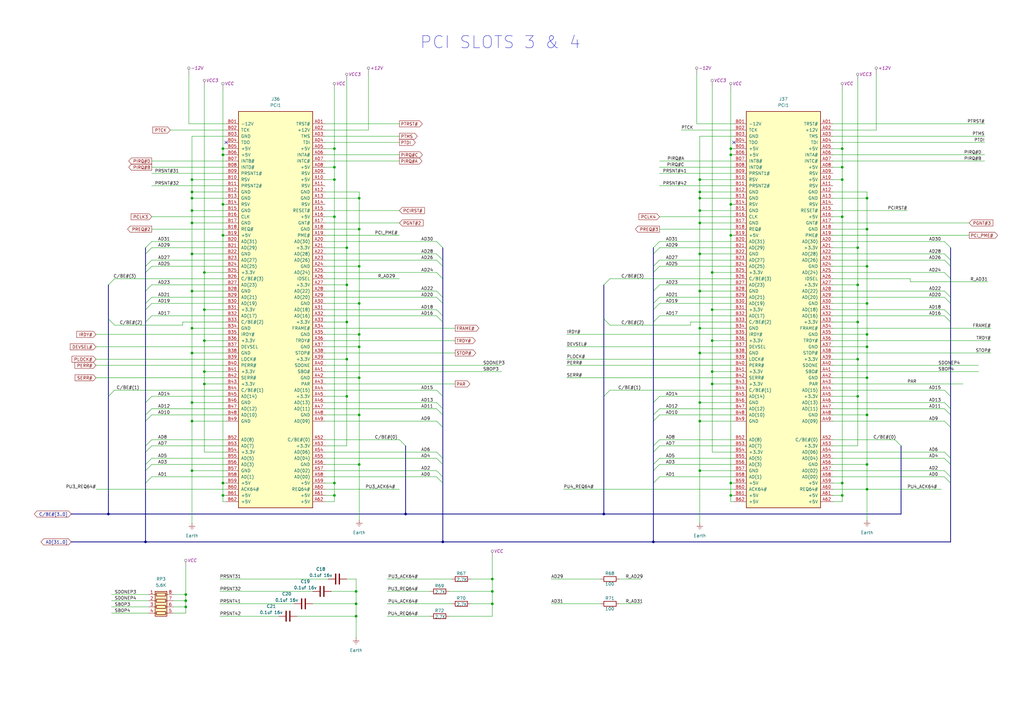
<source format=kicad_sch>
(kicad_sch (version 20241004) (generator "eeschema") (generator_version "8.99")
  (paper "A3")
  (title_block (date "Thursday, April 09, 1998") (rev "1.0"))
  (lib_symbols
    (symbol "Device:C" (pin_numbers (hide yes)) (pin_names (offset 0.254))
      (property "Reference" "C" (at 0.635 2.54 0))
      (property "Value" "C" (at 0.635 -2.54 0))
      (symbol "C_1_1"
        (pin passive line (at 0 3.81 270) (length 2.794) (name "~") (number "1"))
        (pin passive line (at 0 -3.81 90) (length 2.794) (name "~") (number "2"))
      )
    )
    (symbol "Device:R" (pin_numbers (hide yes)) (pin_names (offset 0))
      (property "Reference" "R" (at 2.032 0 90))
      (property "Value" "R" (at 0 0 90))
      (symbol "R_1_1"
        (pin passive line (at 0 3.81 270) (length 1.27) (name "~") (number "1"))
        (pin passive line (at 0 -3.81 90) (length 1.27) (name "~") (number "2"))
      )
    )
    (symbol "P2-3_era:PCI_Generic_1" (pin_names (offset 1.016))
      (property "Reference" "U1" (at 2.54 161.29 0))
      (property "Value" "PCI1" (at 2.54 158.75 0))
      (symbol "PCI_Generic_1_1_1"
        (pin power_in line (at -17.78 151.13 0) (length 5.08) (name "-12V") (number "B01"))
        (pin output line (at -17.78 148.59 0) (length 5.08) (name "TCK") (number "B02"))
        (pin power_out line (at -17.78 146.05 0) (length 5.08) (name "GND") (number "B03"))
        (pin unspecified line (at -17.78 143.51 0) (length 5.08) (name "TDO") (number "B04"))
        (pin power_in line (at -17.78 140.97 0) (length 5.08) (name "+5V") (number "B05"))
        (pin power_in line (at -17.78 138.43 0) (length 5.08) (name "+5V") (number "B06"))
        (pin output line (at -17.78 135.89 0) (length 5.08) (name "INTB#") (number "B07"))
        (pin output line (at -17.78 133.35 0) (length 5.08) (name "INTD#") (number "B08"))
        (pin unspecified line (at -17.78 130.81 0) (length 5.08) (name "PRSNT1#") (number "B09"))
        (pin unspecified line (at -17.78 128.27 0) (length 5.08) (name "RSV") (number "B10"))
        (pin unspecified line (at -17.78 125.73 0) (length 5.08) (name "PRSNT2#") (number "B11"))
        (pin power_out line (at -17.78 123.19 0) (length 5.08) (name "GND") (number "B12"))
        (pin power_out line (at -17.78 120.65 0) (length 5.08) (name "GND") (number "B13"))
        (pin unspecified line (at -17.78 118.11 0) (length 5.08) (name "RSV") (number "B14"))
        (pin power_out line (at -17.78 115.57 0) (length 5.08) (name "GND") (number "B15"))
        (pin input line (at -17.78 113.03 0) (length 5.08) (name "CLK") (number "B16"))
        (pin power_out line (at -17.78 110.49 0) (length 5.08) (name "GND") (number "B17"))
        (pin unspecified line (at -17.78 107.95 0) (length 5.08) (name "REQ#") (number "B18"))
        (pin power_in line (at -17.78 105.41 0) (length 5.08) (name "+5V") (number "B19"))
        (pin bidirectional line (at -17.78 102.87 0) (length 5.08) (name "AD(31)") (number "B20"))
        (pin bidirectional line (at -17.78 100.33 0) (length 5.08) (name "AD(29)") (number "B21"))
        (pin power_out line (at -17.78 97.79 0) (length 5.08) (name "GND") (number "B22"))
        (pin bidirectional line (at -17.78 95.25 0) (length 5.08) (name "AD(27)") (number "B23"))
        (pin bidirectional line (at -17.78 92.71 0) (length 5.08) (name "AD(25)") (number "B24"))
        (pin power_in line (at -17.78 90.17 0) (length 5.08) (name "+3.3V") (number "B25"))
        (pin bidirectional line (at -17.78 87.63 0) (length 5.08) (name "C/BE#(3)") (number "B26"))
        (pin bidirectional line (at -17.78 85.09 0) (length 5.08) (name "AD(23)") (number "B27"))
        (pin power_out line (at -17.78 82.55 0) (length 5.08) (name "GND") (number "B28"))
        (pin bidirectional line (at -17.78 80.01 0) (length 5.08) (name "AD(21)") (number "B29"))
        (pin bidirectional line (at -17.78 77.47 0) (length 5.08) (name "AD(19)") (number "B30"))
        (pin power_in line (at -17.78 74.93 0) (length 5.08) (name "+3.3V") (number "B31"))
        (pin bidirectional line (at -17.78 72.39 0) (length 5.08) (name "AD(17)") (number "B32"))
        (pin bidirectional line (at -17.78 69.85 0) (length 5.08) (name "C/BE#(2)") (number "B33"))
        (pin power_out line (at -17.78 67.31 0) (length 5.08) (name "GND") (number "B34"))
        (pin input line (at -17.78 64.77 0) (length 5.08) (name "IRDY#") (number "B35"))
        (pin power_in line (at -17.78 62.23 0) (length 5.08) (name "+3.3V") (number "B36"))
        (pin input line (at -17.78 59.69 0) (length 5.08) (name "DEVSEL") (number "B37"))
        (pin power_out line (at -17.78 57.15 0) (length 5.08) (name "GND") (number "B38"))
        (pin input line (at -17.78 54.61 0) (length 5.08) (name "LOCK#") (number "B39"))
        (pin input line (at -17.78 52.07 0) (length 5.08) (name "PERR#") (number "B40"))
        (pin power_in line (at -17.78 49.53 0) (length 5.08) (name "+3.3V") (number "B41"))
        (pin input line (at -17.78 46.99 0) (length 5.08) (name "SERR#") (number "B42"))
        (pin power_in line (at -17.78 44.45 0) (length 5.08) (name "+3.3V") (number "B43"))
        (pin bidirectional line (at -17.78 41.91 0) (length 5.08) (name "C/BE#(1)") (number "B44"))
        (pin bidirectional line (at -17.78 39.37 0) (length 5.08) (name "AD(14)") (number "B45"))
        (pin power_out line (at -17.78 36.83 0) (length 5.08) (name "GND") (number "B46"))
        (pin bidirectional line (at -17.78 34.29 0) (length 5.08) (name "AD(12)") (number "B47"))
        (pin bidirectional line (at -17.78 31.75 0) (length 5.08) (name "AD(10)") (number "B48"))
        (pin power_out line (at -17.78 29.21 0) (length 5.08) (name "GND") (number "B49"))
        (pin bidirectional line (at -17.78 21.59 0) (length 5.08) (name "AD(8)") (number "B52"))
        (pin bidirectional line (at -17.78 19.05 0) (length 5.08) (name "AD(7)") (number "B53"))
        (pin power_in line (at -17.78 16.51 0) (length 5.08) (name "+3.3V") (number "B54"))
        (pin bidirectional line (at -17.78 13.97 0) (length 5.08) (name "AD(5)") (number "B55"))
        (pin bidirectional line (at -17.78 11.43 0) (length 5.08) (name "AD(3)") (number "B56"))
        (pin power_out line (at -17.78 8.89 0) (length 5.08) (name "GND") (number "B57"))
        (pin bidirectional line (at -17.78 6.35 0) (length 5.08) (name "AD(1)") (number "B58"))
        (pin power_in line (at -17.78 3.81 0) (length 5.08) (name "+5V") (number "B59"))
        (pin unspecified line (at -17.78 1.27 0) (length 5.08) (name "ACK64#") (number "B60"))
        (pin power_in line (at -17.78 -1.27 0) (length 5.08) (name "+5V") (number "B61"))
        (pin power_in line (at -17.78 -3.81 0) (length 5.08) (name "+5V") (number "B62"))
        (pin output line (at 22.86 151.13 180) (length 5.08) (name "TRST#") (number "A01"))
        (pin power_in line (at 22.86 148.59 180) (length 5.08) (name "+12V") (number "A02"))
        (pin output line (at 22.86 146.05 180) (length 5.08) (name "TMS") (number "A03"))
        (pin output line (at 22.86 143.51 180) (length 5.08) (name "TDI") (number "A04"))
        (pin power_in line (at 22.86 140.97 180) (length 5.08) (name "+5V") (number "A05"))
        (pin output line (at 22.86 138.43 180) (length 5.08) (name "INTA#") (number "A06"))
        (pin output line (at 22.86 135.89 180) (length 5.08) (name "INTC#") (number "A07"))
        (pin power_in line (at 22.86 133.35 180) (length 5.08) (name "+5V") (number "A08"))
        (pin unspecified line (at 22.86 130.81 180) (length 5.08) (name "RSV") (number "A09"))
        (pin power_in line (at 22.86 128.27 180) (length 5.08) (name "+5V") (number "A10"))
        (pin unspecified line (at 22.86 125.73 180) (length 5.08) (name "RSV") (number "A11"))
        (pin power_out line (at 22.86 123.19 180) (length 5.08) (name "GND") (number "A12"))
        (pin power_out line (at 22.86 120.65 180) (length 5.08) (name "GND") (number "A13"))
        (pin unspecified line (at 22.86 118.11 180) (length 5.08) (name "RSV") (number "A14"))
        (pin input line (at 22.86 115.57 180) (length 5.08) (name "RESET#") (number "A15"))
        (pin power_in line (at 22.86 113.03 180) (length 5.08) (name "+5V") (number "A16"))
        (pin input line (at 22.86 110.49 180) (length 5.08) (name "GNT#") (number "A17"))
        (pin power_out line (at 22.86 107.95 180) (length 5.08) (name "GND") (number "A18"))
        (pin unspecified line (at 22.86 105.41 180) (length 5.08) (name "PME#") (number "A19"))
        (pin bidirectional line (at 22.86 102.87 180) (length 5.08) (name "AD(30)") (number "A20"))
        (pin power_in line (at 22.86 100.33 180) (length 5.08) (name "+3.3V") (number "A21"))
        (pin bidirectional line (at 22.86 97.79 180) (length 5.08) (name "AD(28)") (number "A22"))
        (pin bidirectional line (at 22.86 95.25 180) (length 5.08) (name "AD(26)") (number "A23"))
        (pin power_out line (at 22.86 92.71 180) (length 5.08) (name "GND") (number "A24"))
        (pin bidirectional line (at 22.86 90.17 180) (length 5.08) (name "AD(24)") (number "A25"))
        (pin unspecified line (at 22.86 87.63 180) (length 5.08) (name "IDSEL") (number "A26"))
        (pin power_in line (at 22.86 85.09 180) (length 5.08) (name "+3.3V") (number "A27"))
        (pin bidirectional line (at 22.86 82.55 180) (length 5.08) (name "AD(22)") (number "A28"))
        (pin bidirectional line (at 22.86 80.01 180) (length 5.08) (name "AD(20)") (number "A29"))
        (pin power_out line (at 22.86 77.47 180) (length 5.08) (name "GND") (number "A30"))
        (pin bidirectional line (at 22.86 74.93 180) (length 5.08) (name "AD(18)") (number "A31"))
        (pin bidirectional line (at 22.86 72.39 180) (length 5.08) (name "AD(16)") (number "A32"))
        (pin power_in line (at 22.86 69.85 180) (length 5.08) (name "+3.3V") (number "A33"))
        (pin output line (at 22.86 67.31 180) (length 5.08) (name "FRAME#") (number "A34"))
        (pin power_out line (at 22.86 64.77 180) (length 5.08) (name "GND") (number "A35"))
        (pin output line (at 22.86 62.23 180) (length 5.08) (name "TRDY#") (number "A36"))
        (pin power_out line (at 22.86 59.69 180) (length 5.08) (name "GND") (number "A37"))
        (pin output line (at 22.86 57.15 180) (length 5.08) (name "STOP#") (number "A38"))
        (pin power_in line (at 22.86 54.61 180) (length 5.08) (name "+3.3V") (number "A39"))
        (pin unspecified line (at 22.86 52.07 180) (length 5.08) (name "SDONE") (number "A40"))
        (pin unspecified line (at 22.86 49.53 180) (length 5.08) (name "SBO#") (number "A41"))
        (pin power_out line (at 22.86 46.99 180) (length 5.08) (name "GND") (number "A42"))
        (pin output line (at 22.86 44.45 180) (length 5.08) (name "PAR") (number "A43"))
        (pin bidirectional line (at 22.86 41.91 180) (length 5.08) (name "AD(15)") (number "A44"))
        (pin power_in line (at 22.86 39.37 180) (length 5.08) (name "+3.3V") (number "A45"))
        (pin bidirectional line (at 22.86 36.83 180) (length 5.08) (name "AD(13)") (number "A46"))
        (pin bidirectional line (at 22.86 34.29 180) (length 5.08) (name "AD(11)") (number "A47"))
        (pin power_out line (at 22.86 31.75 180) (length 5.08) (name "GND") (number "A48"))
        (pin bidirectional line (at 22.86 29.21 180) (length 5.08) (name "AD(09)") (number "A49"))
        (pin bidirectional line (at 22.86 21.59 180) (length 5.08) (name "C/BE#(0)") (number "A52"))
        (pin power_in line (at 22.86 19.05 180) (length 5.08) (name "+3.3V") (number "A53"))
        (pin bidirectional line (at 22.86 16.51 180) (length 5.08) (name "AD(06)") (number "A54"))
        (pin bidirectional line (at 22.86 13.97 180) (length 5.08) (name "AD(04)") (number "A55"))
        (pin power_out line (at 22.86 11.43 180) (length 5.08) (name "GND") (number "A56"))
        (pin bidirectional line (at 22.86 8.89 180) (length 5.08) (name "AD(02)") (number "A57"))
        (pin bidirectional line (at 22.86 6.35 180) (length 5.08) (name "AD(00)") (number "A58"))
        (pin power_in line (at 22.86 3.81 180) (length 5.08) (name "+5V") (number "A59"))
        (pin unspecified line (at 22.86 1.27 180) (length 5.08) (name "REQ64#") (number "A60"))
        (pin power_in line (at 22.86 -1.27 180) (length 5.08) (name "+5V") (number "A61"))
        (pin power_in line (at 22.86 -3.81 180) (length 5.08) (name "+5V") (number "A62"))
      )
    )
    (symbol "R_Pack04_3" (pin_names (offset 0) (hide yes))
      (property "Reference" "RP60" (at -11.938 0 90))
      (property "Value" "2.7K" (at -9.398 0 90))
      (symbol "R_Pack04_3_1_1"
        (pin passive line (at -5.08 5.08 270) (length 2.54) (name "R1.2") (number "8"))
        (pin passive line (at -5.08 -5.08 90) (length 2.54) (name "R1.1") (number "1"))
        (pin passive line (at -2.54 5.08 270) (length 2.54) (name "R2.2") (number "7"))
        (pin passive line (at -2.54 -5.08 90) (length 2.54) (name "R2.1") (number "2"))
        (pin passive line (at 0 5.08 270) (length 2.54) (name "R3.2") (number "6"))
        (pin passive line (at 0 -5.08 90) (length 2.54) (name "R3.1") (number "3"))
        (pin passive line (at 2.54 5.08 270) (length 2.54) (name "R4.2") (number "5"))
        (pin passive line (at 2.54 -5.08 90) (length 2.54) (name "R4.1") (number "4"))
      )
    )
    (symbol "power:Earth" (power) (pin_numbers (hide yes)) (pin_names (offset 0) (hide yes))
      (property "Value" "Earth" (at 0 -3.81 0))
      (symbol "Earth_1_1"
        (pin power_in line (at 0 0 270) (length 0) (name "~") (number "1"))
      )
    )
  )
  (text "PCI SLOTS 3 & 4" (at 205.232 17.526 0) (effects (font (size 5 5))))
  (junction (at 78.74 73.66))
  (junction (at 78.74 165.1))
  (junction (at 142.24 132.08))
  (junction (at 299.72 198.12))
  (junction (at 292.1 127))
  (junction (at 137.16 203.2))
  (junction (at 146.05 242.57))
  (junction (at 76.2 246.38))
  (junction (at 147.32 109.22))
  (junction (at 78.74 193.04))
  (junction (at 76.2 243.84))
  (junction (at 287.02 134.62))
  (junction (at 91.44 96.52))
  (junction (at 78.74 144.78))
  (junction (at 59.69 222.25))
  (junction (at 78.74 78.74))
  (junction (at 299.72 96.52))
  (junction (at 78.74 86.36))
  (junction (at 201.93 237.49))
  (junction (at 292.1 157.48))
  (junction (at 76.2 248.92))
  (junction (at 142.24 147.32))
  (junction (at 299.72 203.2))
  (junction (at 351.79 101.6))
  (junction (at 287.02 172.72))
  (junction (at 142.24 116.84))
  (junction (at 146.05 252.73))
  (junction (at 147.32 154.94))
  (junction (at 147.32 137.16))
  (junction (at 345.44 73.66))
  (junction (at 147.32 190.5))
  (junction (at 292.1 111.76))
  (junction (at 355.6 200.66))
  (junction (at 142.24 101.6))
  (junction (at 147.32 142.24))
  (junction (at 292.1 152.4))
  (junction (at 78.74 172.72))
  (junction (at 351.79 147.32))
  (junction (at 351.79 162.56))
  (junction (at 137.16 60.96))
  (junction (at 355.6 137.16))
  (junction (at 147.32 81.28))
  (junction (at 351.79 116.84))
  (junction (at 147.32 93.98))
  (junction (at 355.6 81.28))
  (junction (at 78.74 119.38))
  (junction (at 287.02 81.28))
  (junction (at 78.74 81.28))
  (junction (at 355.6 109.22))
  (junction (at 137.16 88.9))
  (junction (at 181.61 222.25))
  (junction (at 137.16 68.58))
  (junction (at 91.44 198.12))
  (junction (at 287.02 73.66))
  (junction (at 287.02 78.74))
  (junction (at 91.44 83.82))
  (junction (at 345.44 68.58))
  (junction (at 91.44 203.2))
  (junction (at 83.82 111.76))
  (junction (at 78.74 134.62))
  (junction (at 137.16 198.12))
  (junction (at 287.02 86.36))
  (junction (at 287.02 193.04))
  (junction (at 78.74 104.14))
  (junction (at 355.6 154.94))
  (junction (at 287.02 165.1))
  (junction (at 83.82 157.48))
  (junction (at 146.05 247.65))
  (junction (at 351.79 132.08))
  (junction (at 147.32 170.18))
  (junction (at 287.02 119.38))
  (junction (at 345.44 203.2))
  (junction (at 147.32 124.46))
  (junction (at 292.1 139.7))
  (junction (at 355.6 190.5))
  (junction (at 83.82 127))
  (junction (at 287.02 91.44))
  (junction (at 83.82 152.4))
  (junction (at 201.93 247.65))
  (junction (at 299.72 60.96))
  (junction (at 137.16 73.66))
  (junction (at 345.44 60.96))
  (junction (at 142.24 162.56))
  (junction (at 355.6 93.98))
  (junction (at 299.72 83.82))
  (junction (at 355.6 142.24))
  (junction (at 355.6 124.46))
  (junction (at 166.37 210.82))
  (junction (at 299.72 63.5))
  (junction (at 355.6 170.18))
  (junction (at 91.44 60.96))
  (junction (at 247.65 210.82))
  (junction (at 44.45 210.82))
  (junction (at 287.02 144.78))
  (junction (at 78.74 91.44))
  (junction (at 345.44 88.9))
  (junction (at 345.44 198.12))
  (junction (at 287.02 104.14))
  (junction (at 201.93 242.57))
  (junction (at 83.82 139.7))
  (junction (at 91.44 63.5))
  (junction (at 267.97 222.25))
  (no_connect (at 92.71 58.42))
  (no_connect (at 300.99 58.42))
  (bus_entry (at 387.35 121.92) (size 2.54 2.54))
  (bus_entry (at 59.69 198.12) (size 2.54 -2.54))
  (bus_entry (at 267.97 193.04) (size 2.54 -2.54))
  (bus_entry (at 179.07 104.14) (size 2.54 2.54))
  (bus_entry (at 179.07 106.68) (size 2.54 2.54))
  (bus_entry (at 46.99 133.35) (size -2.54 -2.54))
  (bus_entry (at 179.07 165.1) (size 2.54 2.54))
  (bus_entry (at 179.07 187.96) (size 2.54 2.54))
  (bus_entry (at 267.97 172.72) (size 2.54 -2.54))
  (bus_entry (at 387.35 111.76) (size 2.54 2.54))
  (bus_entry (at 59.69 101.6) (size 2.54 -2.54))
  (bus_entry (at 267.97 124.46) (size 2.54 -2.54))
  (bus_entry (at 267.97 101.6) (size 2.54 -2.54))
  (bus_entry (at 387.35 193.04) (size 2.54 2.54))
  (bus_entry (at 179.07 121.92) (size 2.54 2.54))
  (bus_entry (at 387.35 167.64) (size 2.54 2.54))
  (bus_entry (at 179.07 127) (size 2.54 2.54))
  (bus_entry (at 267.97 182.88) (size 2.54 -2.54))
  (bus_entry (at 179.07 185.42) (size 2.54 2.54))
  (bus_entry (at 250.19 133.35) (size -2.54 -2.54))
  (bus_entry (at 179.07 193.04) (size 2.54 2.54))
  (bus_entry (at 267.97 119.38) (size 2.54 -2.54))
  (bus_entry (at 59.69 127) (size 2.54 -2.54))
  (bus_entry (at 179.07 99.06) (size 2.54 2.54))
  (bus_entry (at 59.69 193.04) (size 2.54 -2.54))
  (bus_entry (at 267.97 109.22) (size 2.54 -2.54))
  (bus_entry (at 267.97 111.76) (size 2.54 -2.54))
  (bus_entry (at 59.69 111.76) (size 2.54 -2.54))
  (bus_entry (at 179.07 167.64) (size 2.54 2.54))
  (bus_entry (at 59.69 124.46) (size 2.54 -2.54))
  (bus_entry (at 59.69 109.22) (size 2.54 -2.54))
  (bus_entry (at 250.19 160.02) (size -2.54 2.54))
  (bus_entry (at 267.97 185.42) (size 2.54 -2.54))
  (bus_entry (at 267.97 190.5) (size 2.54 -2.54))
  (bus_entry (at 179.07 111.76) (size 2.54 2.54))
  (bus_entry (at 59.69 185.42) (size 2.54 -2.54))
  (bus_entry (at 387.35 187.96) (size 2.54 2.54))
  (bus_entry (at 59.69 182.88) (size 2.54 -2.54))
  (bus_entry (at 387.35 185.42) (size 2.54 2.54))
  (bus_entry (at 267.97 104.14) (size 2.54 -2.54))
  (bus_entry (at 387.35 160.02) (size 2.54 2.54))
  (bus_entry (at 387.35 99.06) (size 2.54 2.54))
  (bus_entry (at 387.35 129.54) (size 2.54 2.54))
  (bus_entry (at 62.23 129.54) (size -2.54 2.54))
  (bus_entry (at 179.07 195.58) (size 2.54 2.54))
  (bus_entry (at 163.83 180.34) (size 2.54 2.54))
  (bus_entry (at 179.07 172.72) (size 2.54 2.54))
  (bus_entry (at 59.69 172.72) (size 2.54 -2.54))
  (bus_entry (at 267.97 198.12) (size 2.54 -2.54))
  (bus_entry (at 267.97 170.18) (size 2.54 -2.54))
  (bus_entry (at 250.19 114.3) (size -2.54 2.54))
  (bus_entry (at 59.69 165.1) (size 2.54 -2.54))
  (bus_entry (at 267.97 127) (size 2.54 -2.54))
  (bus_entry (at 387.35 165.1) (size 2.54 2.54))
  (bus_entry (at 46.99 160.02) (size -2.54 2.54))
  (bus_entry (at 387.35 195.58) (size 2.54 2.54))
  (bus_entry (at 179.07 160.02) (size 2.54 2.54))
  (bus_entry (at 387.35 127) (size 2.54 2.54))
  (bus_entry (at 367.03 180.34) (size 2.54 2.54))
  (bus_entry (at 59.69 104.14) (size 2.54 -2.54))
  (bus_entry (at 179.07 119.38) (size 2.54 2.54))
  (bus_entry (at 179.07 129.54) (size 2.54 2.54))
  (bus_entry (at 387.35 104.14) (size 2.54 2.54))
  (bus_entry (at 387.35 106.68) (size 2.54 2.54))
  (bus_entry (at 387.35 172.72) (size 2.54 2.54))
  (bus_entry (at 267.97 165.1) (size 2.54 -2.54))
  (bus_entry (at 59.69 170.18) (size 2.54 -2.54))
  (bus_entry (at 387.35 119.38) (size 2.54 2.54))
  (bus_entry (at 59.69 190.5) (size 2.54 -2.54))
  (bus_entry (at 46.99 114.3) (size -2.54 2.54))
  (bus_entry (at 59.69 119.38) (size 2.54 -2.54))
  (bus_entry (at 270.51 129.54) (size -2.54 2.54))
  (wire (pts (xy 279.4 53.34) (xy 300.99 53.34)))
  (wire (pts (xy 270.51 109.22) (xy 300.99 109.22)))
  (bus (pts (xy 267.97 170.18) (xy 267.97 172.72)))
  (wire (pts (xy 341.63 101.6) (xy 351.79 101.6)))
  (bus (pts (xy 59.69 109.22) (xy 59.69 111.76)))
  (wire (pts (xy 133.35 106.68) (xy 179.07 106.68)))
  (wire (pts (xy 158.75 242.57) (xy 176.53 242.57)))
  (wire (pts (xy 373.38 115.57) (xy 373.38 114.3)))
  (wire (pts (xy 62.23 109.22) (xy 92.71 109.22)))
  (wire (pts (xy 355.6 81.28) (xy 355.6 93.98)))
  (wire (pts (xy 133.35 66.04) (xy 163.83 66.04)))
  (wire (pts (xy 341.63 109.22) (xy 355.6 109.22)))
  (wire (pts (xy 287.02 144.78) (xy 287.02 165.1)))
  (wire (pts (xy 341.63 73.66) (xy 345.44 73.66)))
  (wire (pts (xy 92.71 165.1) (xy 78.74 165.1)))
  (bus (pts (xy 44.45 116.84) (xy 44.45 130.81)))
  (wire (pts (xy 146.05 261.62) (xy 146.05 252.73)))
  (wire (pts (xy 45.72 248.92) (xy 60.96 248.92)))
  (wire (pts (xy 287.02 104.14) (xy 287.02 119.38)))
  (wire (pts (xy 270.51 170.18) (xy 300.99 170.18)))
  (wire (pts (xy 351.79 147.32) (xy 351.79 162.56)))
  (wire (pts (xy 201.93 237.49) (xy 201.93 242.57)))
  (wire (pts (xy 355.6 190.5) (xy 355.6 200.66)))
  (bus (pts (xy 181.61 101.6) (xy 181.61 106.68)))
  (bus (pts (xy 267.97 193.04) (xy 267.97 198.12)))
  (wire (pts (xy 91.44 63.5) (xy 91.44 83.82)))
  (bus (pts (xy 59.69 185.42) (xy 59.69 190.5)))
  (wire (pts (xy 355.6 200.66) (xy 355.6 213.36)))
  (wire (pts (xy 133.35 170.18) (xy 147.32 170.18)))
  (wire (pts (xy 83.82 152.4) (xy 83.82 157.48)))
  (wire (pts (xy 299.72 203.2) (xy 299.72 198.12)))
  (wire (pts (xy 341.63 187.96) (xy 387.35 187.96)))
  (wire (pts (xy 137.16 203.2) (xy 137.16 205.74)))
  (wire (pts (xy 341.63 78.74) (xy 355.6 78.74)))
  (wire (pts (xy 62.23 187.96) (xy 92.71 187.96)))
  (wire (pts (xy 299.72 203.2) (xy 299.72 205.74)))
  (wire (pts (xy 62.23 68.58) (xy 92.71 68.58)))
  (wire (pts (xy 133.35 121.92) (xy 179.07 121.92)))
  (wire (pts (xy 46.99 133.35) (xy 74.93 133.35)))
  (wire (pts (xy 92.71 60.96) (xy 91.44 60.96)))
  (wire (pts (xy 142.24 132.08) (xy 142.24 147.32)))
  (wire (pts (xy 285.75 50.8) (xy 300.99 50.8)))
  (wire (pts (xy 62.23 116.84) (xy 92.71 116.84)))
  (wire (pts (xy 232.41 137.16) (xy 300.99 137.16)))
  (wire (pts (xy 133.35 205.74) (xy 137.16 205.74)))
  (wire (pts (xy 62.23 195.58) (xy 92.71 195.58)))
  (bus (pts (xy 181.61 109.22) (xy 181.61 114.3)))
  (bus (pts (xy 267.97 182.88) (xy 267.97 185.42)))
  (bus (pts (xy 389.89 170.18) (xy 389.89 175.26)))
  (wire (pts (xy 142.24 101.6) (xy 142.24 116.84)))
  (wire (pts (xy 78.74 81.28) (xy 92.71 81.28)))
  (wire (pts (xy 287.02 86.36) (xy 287.02 91.44)))
  (wire (pts (xy 341.63 154.94) (xy 355.6 154.94)))
  (wire (pts (xy 270.51 124.46) (xy 300.99 124.46)))
  (wire (pts (xy 147.32 142.24) (xy 147.32 154.94)))
  (wire (pts (xy 300.99 165.1) (xy 287.02 165.1)))
  (wire (pts (xy 341.63 137.16) (xy 355.6 137.16)))
  (wire (pts (xy 146.05 247.65) (xy 146.05 242.57)))
  (wire (pts (xy 128.27 247.65) (xy 146.05 247.65)))
  (wire (pts (xy 270.51 180.34) (xy 300.99 180.34)))
  (wire (pts (xy 341.63 160.02) (xy 387.35 160.02)))
  (bus (pts (xy 389.89 187.96) (xy 389.89 190.5)))
  (bus (pts (xy 247.65 116.84) (xy 247.65 130.81)))
  (bus (pts (xy 267.97 190.5) (xy 267.97 193.04)))
  (wire (pts (xy 92.71 63.5) (xy 91.44 63.5)))
  (wire (pts (xy 92.71 55.88) (xy 78.74 55.88)))
  (wire (pts (xy 133.35 198.12) (xy 137.16 198.12)))
  (wire (pts (xy 62.23 101.6) (xy 92.71 101.6)))
  (wire (pts (xy 133.35 134.62) (xy 186.69 134.62)))
  (bus (pts (xy 181.61 190.5) (xy 181.61 195.58)))
  (wire (pts (xy 287.02 193.04) (xy 287.02 214.63)))
  (bus (pts (xy 181.61 114.3) (xy 181.61 121.92)))
  (wire (pts (xy 76.2 232.41) (xy 76.2 243.84)))
  (wire (pts (xy 300.99 139.7) (xy 292.1 139.7)))
  (wire (pts (xy 299.72 63.5) (xy 299.72 83.82)))
  (wire (pts (xy 341.63 198.12) (xy 345.44 198.12)))
  (wire (pts (xy 137.16 73.66) (xy 137.16 88.9)))
  (wire (pts (xy 39.37 200.66) (xy 92.71 200.66)))
  (wire (pts (xy 341.63 55.88) (xy 403.86 55.88)))
  (wire (pts (xy 341.63 111.76) (xy 387.35 111.76)))
  (wire (pts (xy 355.6 93.98) (xy 355.6 109.22)))
  (wire (pts (xy 133.35 139.7) (xy 186.69 139.7)))
  (wire (pts (xy 201.93 247.65) (xy 201.93 252.73)))
  (bus (pts (xy 59.69 198.12) (xy 59.69 222.25)))
  (wire (pts (xy 133.35 116.84) (xy 142.24 116.84)))
  (wire (pts (xy 201.93 228.6) (xy 201.93 237.49)))
  (wire (pts (xy 92.71 53.34) (xy 69.85 53.34)))
  (wire (pts (xy 359.41 30.48) (xy 359.41 53.34)))
  (wire (pts (xy 300.99 203.2) (xy 299.72 203.2)))
  (wire (pts (xy 133.35 142.24) (xy 147.32 142.24)))
  (wire (pts (xy 133.35 68.58) (xy 137.16 68.58)))
  (wire (pts (xy 83.82 127) (xy 83.82 139.7)))
  (wire (pts (xy 90.17 252.73) (xy 114.3 252.73)))
  (wire (pts (xy 62.23 121.92) (xy 92.71 121.92)))
  (wire (pts (xy 341.63 139.7) (xy 406.4 139.7)))
  (wire (pts (xy 270.51 76.2) (xy 300.99 76.2)))
  (wire (pts (xy 300.99 96.52) (xy 299.72 96.52)))
  (wire (pts (xy 133.35 195.58) (xy 179.07 195.58)))
  (wire (pts (xy 147.32 124.46) (xy 147.32 137.16)))
  (wire (pts (xy 39.37 154.94) (xy 92.71 154.94)))
  (bus (pts (xy 59.69 119.38) (xy 59.69 124.46)))
  (wire (pts (xy 300.99 157.48) (xy 292.1 157.48)))
  (bus (pts (xy 181.61 198.12) (xy 181.61 222.25)))
  (wire (pts (xy 78.74 119.38) (xy 78.74 134.62)))
  (wire (pts (xy 351.79 101.6) (xy 351.79 116.84)))
  (wire (pts (xy 355.6 78.74) (xy 355.6 81.28)))
  (wire (pts (xy 341.63 147.32) (xy 351.79 147.32)))
  (bus (pts (xy 181.61 175.26) (xy 181.61 187.96)))
  (wire (pts (xy 341.63 86.36) (xy 372.11 86.36)))
  (wire (pts (xy 62.23 106.68) (xy 92.71 106.68)))
  (wire (pts (xy 92.71 172.72) (xy 78.74 172.72)))
  (wire (pts (xy 341.63 170.18) (xy 355.6 170.18)))
  (wire (pts (xy 341.63 60.96) (xy 345.44 60.96)))
  (wire (pts (xy 147.32 81.28) (xy 147.32 93.98)))
  (wire (pts (xy 133.35 91.44) (xy 163.83 91.44)))
  (wire (pts (xy 142.24 147.32) (xy 142.24 162.56)))
  (wire (pts (xy 345.44 68.58) (xy 345.44 73.66)))
  (wire (pts (xy 90.17 242.57) (xy 128.27 242.57)))
  (wire (pts (xy 341.63 185.42) (xy 387.35 185.42)))
  (wire (pts (xy 133.35 60.96) (xy 137.16 60.96)))
  (wire (pts (xy 91.44 203.2) (xy 91.44 198.12)))
  (wire (pts (xy 137.16 68.58) (xy 137.16 73.66)))
  (wire (pts (xy 355.6 200.66) (xy 341.63 200.66)))
  (wire (pts (xy 184.15 252.73) (xy 201.93 252.73)))
  (wire (pts (xy 292.1 139.7) (xy 292.1 152.4)))
  (bus (pts (xy 59.69 132.08) (xy 59.69 165.1)))
  (wire (pts (xy 92.71 88.9) (xy 62.23 88.9)))
  (wire (pts (xy 184.15 242.57) (xy 201.93 242.57)))
  (wire (pts (xy 92.71 203.2) (xy 91.44 203.2)))
  (wire (pts (xy 341.63 162.56) (xy 351.79 162.56)))
  (wire (pts (xy 270.51 121.92) (xy 300.99 121.92)))
  (wire (pts (xy 133.35 88.9) (xy 137.16 88.9)))
  (wire (pts (xy 341.63 106.68) (xy 387.35 106.68)))
  (wire (pts (xy 300.99 78.74) (xy 287.02 78.74)))
  (wire (pts (xy 133.35 190.5) (xy 147.32 190.5)))
  (bus (pts (xy 59.69 127) (xy 59.69 132.08)))
  (wire (pts (xy 300.99 144.78) (xy 287.02 144.78)))
  (bus (pts (xy 389.89 101.6) (xy 389.89 106.68)))
  (wire (pts (xy 226.06 237.49) (xy 246.38 237.49)))
  (wire (pts (xy 270.51 182.88) (xy 300.99 182.88)))
  (wire (pts (xy 133.35 124.46) (xy 147.32 124.46)))
  (wire (pts (xy 341.63 165.1) (xy 387.35 165.1)))
  (wire (pts (xy 341.63 129.54) (xy 387.35 129.54)))
  (wire (pts (xy 341.63 91.44) (xy 397.51 91.44)))
  (bus (pts (xy 267.97 111.76) (xy 267.97 119.38)))
  (wire (pts (xy 133.35 144.78) (xy 186.69 144.78)))
  (wire (pts (xy 341.63 203.2) (xy 345.44 203.2)))
  (wire (pts (xy 287.02 91.44) (xy 287.02 104.14)))
  (wire (pts (xy 133.35 109.22) (xy 147.32 109.22)))
  (wire (pts (xy 300.99 88.9) (xy 270.51 88.9)))
  (wire (pts (xy 142.24 33.02) (xy 142.24 101.6)))
  (wire (pts (xy 133.35 185.42) (xy 179.07 185.42)))
  (wire (pts (xy 300.99 55.88) (xy 287.02 55.88)))
  (wire (pts (xy 77.47 30.48) (xy 77.47 50.8)))
  (wire (pts (xy 133.35 78.74) (xy 147.32 78.74)))
  (wire (pts (xy 341.63 53.34) (xy 359.41 53.34)))
  (wire (pts (xy 78.74 73.66) (xy 78.74 78.74)))
  (bus (pts (xy 59.69 182.88) (xy 59.69 185.42)))
  (bus (pts (xy 267.97 132.08) (xy 267.97 165.1)))
  (wire (pts (xy 133.35 96.52) (xy 163.83 96.52)))
  (wire (pts (xy 92.71 96.52) (xy 91.44 96.52)))
  (bus (pts (xy 389.89 129.54) (xy 389.89 132.08)))
  (wire (pts (xy 62.23 170.18) (xy 92.71 170.18)))
  (wire (pts (xy 133.35 154.94) (xy 147.32 154.94)))
  (wire (pts (xy 133.35 50.8) (xy 163.83 50.8)))
  (wire (pts (xy 133.35 127) (xy 179.07 127)))
  (bus (pts (xy 267.97 109.22) (xy 267.97 111.76)))
  (bus (pts (xy 59.69 172.72) (xy 59.69 182.88)))
  (wire (pts (xy 232.41 149.86) (xy 300.99 149.86)))
  (bus (pts (xy 389.89 190.5) (xy 389.89 195.58)))
  (wire (pts (xy 300.99 104.14) (xy 287.02 104.14)))
  (bus (pts (xy 181.61 195.58) (xy 181.61 198.12)))
  (wire (pts (xy 133.35 93.98) (xy 147.32 93.98)))
  (wire (pts (xy 341.63 99.06) (xy 387.35 99.06)))
  (wire (pts (xy 270.51 101.6) (xy 300.99 101.6)))
  (wire (pts (xy 300.99 172.72) (xy 287.02 172.72)))
  (wire (pts (xy 341.63 132.08) (xy 351.79 132.08)))
  (wire (pts (xy 341.63 172.72) (xy 387.35 172.72)))
  (wire (pts (xy 83.82 157.48) (xy 83.82 185.42)))
  (wire (pts (xy 133.35 104.14) (xy 179.07 104.14)))
  (wire (pts (xy 90.17 247.65) (xy 120.65 247.65)))
  (wire (pts (xy 355.6 124.46) (xy 355.6 137.16)))
  (wire (pts (xy 83.82 111.76) (xy 83.82 127)))
  (bus (pts (xy 389.89 132.08) (xy 389.89 162.56)))
  (bus (pts (xy 44.45 210.82) (xy 166.37 210.82)))
  (wire (pts (xy 287.02 73.66) (xy 287.02 78.74)))
  (wire (pts (xy 83.82 139.7) (xy 83.82 152.4)))
  (wire (pts (xy 158.75 247.65) (xy 185.42 247.65)))
  (wire (pts (xy 250.19 133.35) (xy 283.21 133.35)))
  (wire (pts (xy 351.79 132.08) (xy 351.79 147.32)))
  (wire (pts (xy 62.23 129.54) (xy 92.71 129.54)))
  (bus (pts (xy 389.89 162.56) (xy 389.89 167.64)))
  (wire (pts (xy 147.32 154.94) (xy 147.32 170.18)))
  (wire (pts (xy 300.99 205.74) (xy 299.72 205.74)))
  (wire (pts (xy 158.75 252.73) (xy 176.53 252.73)))
  (wire (pts (xy 133.35 53.34) (xy 151.13 53.34)))
  (wire (pts (xy 355.6 142.24) (xy 355.6 154.94)))
  (wire (pts (xy 283.21 132.08) (xy 300.99 132.08)))
  (wire (pts (xy 341.63 119.38) (xy 387.35 119.38)))
  (wire (pts (xy 91.44 60.96) (xy 91.44 63.5)))
  (wire (pts (xy 341.63 68.58) (xy 345.44 68.58)))
  (wire (pts (xy 92.71 157.48) (xy 83.82 157.48)))
  (wire (pts (xy 345.44 73.66) (xy 345.44 88.9)))
  (wire (pts (xy 355.6 200.66) (xy 386.08 200.66)))
  (wire (pts (xy 91.44 203.2) (xy 91.44 205.74)))
  (wire (pts (xy 300.99 86.36) (xy 287.02 86.36)))
  (wire (pts (xy 62.23 66.04) (xy 92.71 66.04)))
  (wire (pts (xy 71.12 243.84) (xy 76.2 243.84)))
  (wire (pts (xy 373.38 114.3) (xy 341.63 114.3)))
  (wire (pts (xy 341.63 88.9) (xy 345.44 88.9)))
  (wire (pts (xy 92.71 91.44) (xy 78.74 91.44)))
  (wire (pts (xy 46.99 114.3) (xy 92.71 114.3)))
  (wire (pts (xy 300.99 63.5) (xy 299.72 63.5)))
  (wire (pts (xy 133.35 73.66) (xy 137.16 73.66)))
  (wire (pts (xy 270.51 68.58) (xy 300.99 68.58)))
  (wire (pts (xy 300.99 152.4) (xy 292.1 152.4)))
  (wire (pts (xy 147.32 137.16) (xy 147.32 142.24)))
  (wire (pts (xy 270.51 167.64) (xy 300.99 167.64)))
  (wire (pts (xy 78.74 81.28) (xy 78.74 86.36)))
  (wire (pts (xy 142.24 237.49) (xy 146.05 237.49)))
  (wire (pts (xy 45.72 251.46) (xy 60.96 251.46)))
  (wire (pts (xy 78.74 55.88) (xy 78.74 73.66)))
  (bus (pts (xy 29.21 210.82) (xy 44.45 210.82)))
  (wire (pts (xy 92.71 111.76) (xy 83.82 111.76)))
  (wire (pts (xy 92.71 78.74) (xy 78.74 78.74)))
  (wire (pts (xy 345.44 203.2) (xy 345.44 205.74)))
  (wire (pts (xy 351.79 116.84) (xy 351.79 132.08)))
  (bus (pts (xy 389.89 195.58) (xy 389.89 198.12)))
  (bus (pts (xy 181.61 132.08) (xy 181.61 162.56)))
  (wire (pts (xy 299.72 83.82) (xy 299.72 96.52)))
  (wire (pts (xy 133.35 132.08) (xy 142.24 132.08)))
  (wire (pts (xy 193.04 237.49) (xy 201.93 237.49)))
  (wire (pts (xy 45.72 243.84) (xy 60.96 243.84)))
  (wire (pts (xy 74.93 132.08) (xy 92.71 132.08)))
  (wire (pts (xy 341.63 149.86) (xy 401.32 149.86)))
  (wire (pts (xy 299.72 83.82) (xy 300.99 83.82)))
  (wire (pts (xy 133.35 63.5) (xy 163.83 63.5)))
  (bus (pts (xy 181.61 129.54) (xy 181.61 132.08)))
  (bus (pts (xy 267.97 101.6) (xy 267.97 104.14)))
  (wire (pts (xy 355.6 154.94) (xy 355.6 170.18)))
  (wire (pts (xy 133.35 129.54) (xy 179.07 129.54)))
  (bus (pts (xy 181.61 167.64) (xy 181.61 170.18)))
  (wire (pts (xy 78.74 73.66) (xy 92.71 73.66)))
  (wire (pts (xy 270.51 99.06) (xy 300.99 99.06)))
  (wire (pts (xy 341.63 121.92) (xy 387.35 121.92)))
  (wire (pts (xy 45.72 246.38) (xy 60.96 246.38)))
  (wire (pts (xy 62.23 71.12) (xy 92.71 71.12)))
  (wire (pts (xy 254 237.49) (xy 262.89 237.49)))
  (bus (pts (xy 181.61 162.56) (xy 181.61 167.64)))
  (wire (pts (xy 133.35 81.28) (xy 147.32 81.28)))
  (wire (pts (xy 71.12 248.92) (xy 76.2 248.92)))
  (wire (pts (xy 341.63 180.34) (xy 367.03 180.34)))
  (wire (pts (xy 147.32 78.74) (xy 147.32 81.28)))
  (bus (pts (xy 267.97 165.1) (xy 267.97 170.18)))
  (bus (pts (xy 44.45 162.56) (xy 44.45 210.82)))
  (wire (pts (xy 62.23 162.56) (xy 92.71 162.56)))
  (bus (pts (xy 59.69 190.5) (xy 59.69 193.04)))
  (wire (pts (xy 292.1 127) (xy 292.1 139.7)))
  (wire (pts (xy 39.37 142.24) (xy 92.71 142.24)))
  (wire (pts (xy 341.63 124.46) (xy 355.6 124.46)))
  (bus (pts (xy 267.97 185.42) (xy 267.97 190.5)))
  (wire (pts (xy 231.14 200.66) (xy 300.99 200.66)))
  (wire (pts (xy 133.35 147.32) (xy 142.24 147.32)))
  (wire (pts (xy 283.21 133.35) (xy 283.21 132.08)))
  (wire (pts (xy 300.99 111.76) (xy 292.1 111.76)))
  (wire (pts (xy 133.35 86.36) (xy 163.83 86.36)))
  (wire (pts (xy 299.72 96.52) (xy 299.72 198.12)))
  (wire (pts (xy 76.2 248.92) (xy 76.2 251.46)))
  (wire (pts (xy 92.71 86.36) (xy 78.74 86.36)))
  (wire (pts (xy 78.74 104.14) (xy 78.74 119.38)))
  (wire (pts (xy 355.6 137.16) (xy 355.6 142.24)))
  (bus (pts (xy 59.69 165.1) (xy 59.69 170.18)))
  (wire (pts (xy 287.02 172.72) (xy 287.02 193.04)))
  (wire (pts (xy 193.04 247.65) (xy 201.93 247.65)))
  (wire (pts (xy 345.44 88.9) (xy 345.44 198.12)))
  (wire (pts (xy 341.63 167.64) (xy 387.35 167.64)))
  (wire (pts (xy 91.44 83.82) (xy 91.44 96.52)))
  (wire (pts (xy 142.24 162.56) (xy 142.24 182.88)))
  (wire (pts (xy 133.35 172.72) (xy 179.07 172.72)))
  (wire (pts (xy 341.63 182.88) (xy 351.79 182.88)))
  (wire (pts (xy 250.19 114.3) (xy 300.99 114.3)))
  (wire (pts (xy 133.35 165.1) (xy 179.07 165.1)))
  (wire (pts (xy 299.72 60.96) (xy 299.72 63.5)))
  (wire (pts (xy 92.71 139.7) (xy 83.82 139.7)))
  (wire (pts (xy 287.02 119.38) (xy 287.02 134.62)))
  (wire (pts (xy 92.71 185.42) (xy 83.82 185.42)))
  (wire (pts (xy 270.51 187.96) (xy 300.99 187.96)))
  (wire (pts (xy 133.35 187.96) (xy 179.07 187.96)))
  (wire (pts (xy 292.1 157.48) (xy 292.1 185.42)))
  (bus (pts (xy 389.89 198.12) (xy 389.89 222.25)))
  (bus (pts (xy 247.65 130.81) (xy 247.65 162.56)))
  (wire (pts (xy 133.35 162.56) (xy 142.24 162.56)))
  (wire (pts (xy 201.93 242.57) (xy 201.93 247.65)))
  (wire (pts (xy 341.63 144.78) (xy 406.4 144.78)))
  (wire (pts (xy 341.63 195.58) (xy 387.35 195.58)))
  (bus (pts (xy 389.89 167.64) (xy 389.89 170.18)))
  (bus (pts (xy 59.69 101.6) (xy 59.69 104.14)))
  (wire (pts (xy 232.41 154.94) (xy 300.99 154.94)))
  (wire (pts (xy 39.37 149.86) (xy 92.71 149.86)))
  (wire (pts (xy 133.35 99.06) (xy 179.07 99.06)))
  (bus (pts (xy 181.61 106.68) (xy 181.61 109.22)))
  (bus (pts (xy 389.89 121.92) (xy 389.89 124.46)))
  (wire (pts (xy 345.44 198.12) (xy 345.44 203.2)))
  (wire (pts (xy 270.51 129.54) (xy 300.99 129.54)))
  (wire (pts (xy 133.35 193.04) (xy 179.07 193.04)))
  (wire (pts (xy 133.35 157.48) (xy 186.69 157.48)))
  (wire (pts (xy 39.37 147.32) (xy 92.71 147.32)))
  (bus (pts (xy 166.37 182.88) (xy 166.37 210.82)))
  (wire (pts (xy 62.23 99.06) (xy 92.71 99.06)))
  (bus (pts (xy 181.61 187.96) (xy 181.61 190.5)))
  (wire (pts (xy 76.2 243.84) (xy 76.2 246.38)))
  (wire (pts (xy 287.02 55.88) (xy 287.02 73.66)))
  (bus (pts (xy 247.65 210.82) (xy 369.57 210.82)))
  (wire (pts (xy 133.35 200.66) (xy 163.83 200.66)))
  (wire (pts (xy 287.02 81.28) (xy 287.02 86.36)))
  (wire (pts (xy 232.41 142.24) (xy 300.99 142.24)))
  (wire (pts (xy 355.6 109.22) (xy 355.6 124.46)))
  (bus (pts (xy 389.89 114.3) (xy 389.89 121.92)))
  (wire (pts (xy 39.37 137.16) (xy 92.71 137.16)))
  (wire (pts (xy 270.51 195.58) (xy 300.99 195.58)))
  (bus (pts (xy 267.97 172.72) (xy 267.97 182.88)))
  (bus (pts (xy 369.57 182.88) (xy 369.57 210.82)))
  (bus (pts (xy 181.61 121.92) (xy 181.61 124.46)))
  (wire (pts (xy 158.75 237.49) (xy 185.42 237.49)))
  (bus (pts (xy 181.61 170.18) (xy 181.61 175.26)))
  (wire (pts (xy 78.74 134.62) (xy 78.74 144.78)))
  (wire (pts (xy 270.51 106.68) (xy 300.99 106.68)))
  (wire (pts (xy 300.99 185.42) (xy 292.1 185.42)))
  (wire (pts (xy 292.1 35.56) (xy 292.1 111.76)))
  (bus (pts (xy 29.21 222.25) (xy 59.69 222.25)))
  (wire (pts (xy 300.99 127) (xy 292.1 127)))
  (wire (pts (xy 351.79 162.56) (xy 351.79 182.88)))
  (wire (pts (xy 147.32 170.18) (xy 147.32 190.5)))
  (wire (pts (xy 341.63 190.5) (xy 355.6 190.5)))
  (wire (pts (xy 133.35 119.38) (xy 179.07 119.38)))
  (wire (pts (xy 270.51 116.84) (xy 300.99 116.84)))
  (wire (pts (xy 270.51 162.56) (xy 300.99 162.56)))
  (wire (pts (xy 62.23 76.2) (xy 92.71 76.2)))
  (bus (pts (xy 267.97 124.46) (xy 267.97 127)))
  (bus (pts (xy 44.45 130.81) (xy 44.45 162.56)))
  (wire (pts (xy 146.05 242.57) (xy 146.05 237.49)))
  (wire (pts (xy 226.06 247.65) (xy 246.38 247.65)))
  (bus (pts (xy 389.89 124.46) (xy 389.89 129.54)))
  (wire (pts (xy 341.63 50.8) (xy 403.86 50.8)))
  (wire (pts (xy 341.63 205.74) (xy 345.44 205.74)))
  (bus (pts (xy 59.69 104.14) (xy 59.69 109.22)))
  (wire (pts (xy 92.71 93.98) (xy 62.23 93.98)))
  (bus (pts (xy 267.97 127) (xy 267.97 132.08)))
  (wire (pts (xy 137.16 88.9) (xy 137.16 198.12)))
  (wire (pts (xy 92.71 119.38) (xy 78.74 119.38)))
  (wire (pts (xy 300.99 60.96) (xy 299.72 60.96)))
  (wire (pts (xy 91.44 96.52) (xy 91.44 198.12)))
  (wire (pts (xy 292.1 152.4) (xy 292.1 157.48)))
  (bus (pts (xy 267.97 119.38) (xy 267.97 124.46)))
  (wire (pts (xy 341.63 58.42) (xy 403.86 58.42)))
  (wire (pts (xy 300.99 93.98) (xy 270.51 93.98)))
  (wire (pts (xy 133.35 55.88) (xy 163.83 55.88)))
  (wire (pts (xy 78.74 193.04) (xy 78.74 214.63)))
  (wire (pts (xy 355.6 170.18) (xy 355.6 190.5)))
  (wire (pts (xy 83.82 35.56) (xy 83.82 111.76)))
  (wire (pts (xy 287.02 78.74) (xy 287.02 81.28)))
  (wire (pts (xy 121.92 252.73) (xy 146.05 252.73)))
  (wire (pts (xy 300.99 119.38) (xy 287.02 119.38)))
  (wire (pts (xy 133.35 167.64) (xy 179.07 167.64)))
  (wire (pts (xy 254 247.65) (xy 262.89 247.65)))
  (wire (pts (xy 76.2 246.38) (xy 76.2 248.92)))
  (wire (pts (xy 90.17 237.49) (xy 134.62 237.49)))
  (wire (pts (xy 142.24 116.84) (xy 142.24 132.08)))
  (bus (pts (xy 389.89 175.26) (xy 389.89 187.96)))
  (wire (pts (xy 341.63 157.48) (xy 394.97 157.48)))
  (wire (pts (xy 62.23 182.88) (xy 92.71 182.88)))
  (wire (pts (xy 341.63 152.4) (xy 401.32 152.4)))
  (wire (pts (xy 232.41 147.32) (xy 300.99 147.32)))
  (wire (pts (xy 46.99 160.02) (xy 92.71 160.02)))
  (wire (pts (xy 133.35 182.88) (xy 142.24 182.88)))
  (bus (pts (xy 267.97 198.12) (xy 267.97 222.25)))
  (wire (pts (xy 270.51 66.04) (xy 300.99 66.04)))
  (wire (pts (xy 147.32 190.5) (xy 147.32 213.36)))
  (wire (pts (xy 300.99 134.62) (xy 287.02 134.62)))
  (bus (pts (xy 59.69 124.46) (xy 59.69 127)))
  (wire (pts (xy 287.02 134.62) (xy 287.02 144.78)))
  (wire (pts (xy 133.35 137.16) (xy 147.32 137.16)))
  (wire (pts (xy 292.1 111.76) (xy 292.1 127)))
  (wire (pts (xy 300.99 193.04) (xy 287.02 193.04)))
  (wire (pts (xy 341.63 127) (xy 387.35 127)))
  (wire (pts (xy 133.35 203.2) (xy 137.16 203.2)))
  (bus (pts (xy 389.89 106.68) (xy 389.89 109.22)))
  (wire (pts (xy 287.02 81.28) (xy 300.99 81.28)))
  (bus (pts (xy 59.69 222.25) (xy 181.61 222.25)))
  (bus (pts (xy 181.61 222.25) (xy 267.97 222.25)))
  (wire (pts (xy 287.02 165.1) (xy 287.02 172.72)))
  (wire (pts (xy 341.63 63.5) (xy 403.86 63.5)))
  (wire (pts (xy 91.44 60.96) (xy 91.44 36.83)))
  (bus (pts (xy 181.61 124.46) (xy 181.61 129.54)))
  (wire (pts (xy 62.23 180.34) (xy 92.71 180.34)))
  (wire (pts (xy 137.16 60.96) (xy 137.16 68.58)))
  (wire (pts (xy 351.79 33.02) (xy 351.79 101.6)))
  (bus (pts (xy 59.69 170.18) (xy 59.69 172.72)))
  (wire (pts (xy 71.12 246.38) (xy 76.2 246.38)))
  (bus (pts (xy 267.97 222.25) (xy 389.89 222.25)))
  (wire (pts (xy 62.23 190.5) (xy 92.71 190.5)))
  (wire (pts (xy 133.35 111.76) (xy 179.07 111.76)))
  (wire (pts (xy 341.63 193.04) (xy 387.35 193.04)))
  (wire (pts (xy 71.12 251.46) (xy 76.2 251.46)))
  (wire (pts (xy 91.44 198.12) (xy 92.71 198.12)))
  (wire (pts (xy 62.23 167.64) (xy 92.71 167.64)))
  (wire (pts (xy 133.35 149.86) (xy 205.74 149.86)))
  (wire (pts (xy 345.44 36.83) (xy 345.44 60.96)))
  (wire (pts (xy 341.63 66.04) (xy 403.86 66.04)))
  (wire (pts (xy 74.93 133.35) (xy 74.93 132.08)))
  (bus (pts (xy 59.69 111.76) (xy 59.69 119.38)))
  (wire (pts (xy 92.71 205.74) (xy 91.44 205.74)))
  (wire (pts (xy 78.74 172.72) (xy 78.74 193.04)))
  (wire (pts (xy 92.71 127) (xy 83.82 127)))
  (wire (pts (xy 285.75 30.48) (xy 285.75 50.8)))
  (wire (pts (xy 341.63 104.14) (xy 387.35 104.14)))
  (wire (pts (xy 341.63 93.98) (xy 355.6 93.98)))
  (wire (pts (xy 341.63 134.62) (xy 406.4 134.62)))
  (wire (pts (xy 373.38 115.57) (xy 405.13 115.57)))
  (wire (pts (xy 91.44 83.82) (xy 92.71 83.82)))
  (wire (pts (xy 250.19 160.02) (xy 300.99 160.02)))
  (wire (pts (xy 92.71 144.78) (xy 78.74 144.78)))
  (wire (pts (xy 133.35 152.4) (xy 205.74 152.4)))
  (wire (pts (xy 299.72 60.96) (xy 299.72 36.83)))
  (bus (pts (xy 389.89 109.22) (xy 389.89 114.3)))
  (wire (pts (xy 135.89 242.57) (xy 146.05 242.57)))
  (wire (pts (xy 78.74 86.36) (xy 78.74 91.44)))
  (wire (pts (xy 78.74 144.78) (xy 78.74 165.1)))
  (wire (pts (xy 270.51 190.5) (xy 300.99 190.5)))
  (wire (pts (xy 287.02 73.66) (xy 300.99 73.66)))
  (wire (pts (xy 133.35 58.42) (xy 163.83 58.42)))
  (wire (pts (xy 77.47 50.8) (xy 92.71 50.8)))
  (wire (pts (xy 78.74 91.44) (xy 78.74 104.14)))
  (bus (pts (xy 59.69 193.04) (xy 59.69 198.12)))
  (wire (pts (xy 92.71 193.04) (xy 78.74 193.04)))
  (bus (pts (xy 267.97 104.14) (xy 267.97 109.22)))
  (wire (pts (xy 300.99 91.44) (xy 287.02 91.44)))
  (wire (pts (xy 133.35 160.02) (xy 179.07 160.02)))
  (wire (pts (xy 147.32 109.22) (xy 147.32 124.46)))
  (wire (pts (xy 133.35 114.3) (xy 163.83 114.3)))
  (wire (pts (xy 299.72 198.12) (xy 300.99 198.12)))
  (bus (pts (xy 247.65 162.56) (xy 247.65 210.82)))
  (wire (pts (xy 137.16 198.12) (xy 137.16 203.2)))
  (wire (pts (xy 151.13 30.48) (xy 151.13 53.34)))
  (wire (pts (xy 270.51 71.12) (xy 300.99 71.12)))
  (wire (pts (xy 146.05 252.73) (xy 146.05 247.65)))
  (wire (pts (xy 62.23 124.46) (xy 92.71 124.46)))
  (wire (pts (xy 147.32 93.98) (xy 147.32 109.22)))
  (wire (pts (xy 92.71 104.14) (xy 78.74 104.14)))
  (wire (pts (xy 345.44 60.96) (xy 345.44 68.58)))
  (wire (pts (xy 341.63 81.28) (xy 355.6 81.28)))
  (wire (pts (xy 341.63 142.24) (xy 355.6 142.24)))
  (bus (pts (xy 166.37 210.82) (xy 247.65 210.82)))
  (wire (pts (xy 341.63 116.84) (xy 351.79 116.84)))
  (wire (pts (xy 78.74 165.1) (xy 78.74 172.72)))
  (wire (pts (xy 341.63 96.52) (xy 397.51 96.52)))
  (wire (pts (xy 92.71 152.4) (xy 83.82 152.4)))
  (wire (pts (xy 92.71 134.62) (xy 78.74 134.62)))
  (wire (pts (xy 133.35 101.6) (xy 142.24 101.6)))
  (wire (pts (xy 133.35 180.34) (xy 163.83 180.34)))
  (wire (pts (xy 78.74 78.74) (xy 78.74 81.28)))
  (wire (pts (xy 137.16 36.83) (xy 137.16 60.96)))
  (label "AD28" (at 381 104.14 0))
  (label "C{slash}BE#(0)" (at 153.67 180.34 0))
  (label "SDONEP3" (at 198.12 149.86 0))
  (label "AD1" (at 273.05 195.58 0))
  (label "R_AD29" (at 256.54 237.49 0))
  (label "AD19" (at 64.77 124.46 0))
  (label "AD2" (at 381 193.04 0))
  (label "AD4" (at 172.72 187.96 0))
  (label "PRSNT41" (at 90.17 247.65 0))
  (label "AD9" (at 381 172.72 0))
  (label "R_AD31" (at 405.13 115.57 180))
  (label "AD24" (at 172.72 111.76 0))
  (label "AD18" (at 172.72 127 0))
  (label "AD1" (at 64.77 195.58 0))
  (label "PIRQ#C" (at 280.67 68.58 180))
  (label "PRSNT#32" (at 63.5 76.2 0))
  (label "AD0" (at 172.72 195.58 0))
  (label "PRSNT42" (at 90.17 252.73 0))
  (label "AD8" (at 64.77 180.34 0))
  (label "PCI_PME#" (at 153.67 96.52 0))
  (label "C{slash}BE#(3)" (at 264.16 114.3 180))
  (label "C{slash}BE#(2)" (at 264.16 133.35 180))
  (label "R_AD31" (at 256.54 247.65 0))
  (label "AD20" (at 172.72 121.92 0))
  (label "AD3" (at 273.05 190.5 0))
  (label "AD5" (at 273.05 187.96 0))
  (label "AD21" (at 64.77 121.92 0))
  (label "AD31" (at 64.77 99.06 0))
  (label "PU4_REQ64#" (at 231.14 200.66 0))
  (label "C{slash}BE#(2)" (at 58.42 133.35 180))
  (label "AD29" (at 226.06 237.49 0))
  (label "AD31" (at 273.05 99.06 0))
  (label "AD18" (at 381 127 0))
  (label "PU3_REQ64#" (at 171.45 242.57 180))
  (label "AD29" (at 64.77 101.6 0))
  (label "AD21" (at 273.05 121.92 0))
  (label "AD26" (at 381 106.68 0))
  (label "AD28" (at 172.72 104.14 0))
  (label "PU4_ACK64#" (at 171.45 247.65 180))
  (label "PTRST#" (at 403.86 50.8 180))
  (label "SDONEP4" (at 384.81 149.86 0))
  (label "PRSNT31" (at 90.17 237.49 0))
  (label "AD9" (at 172.72 172.72 0))
  (label "AD10" (at 64.77 170.18 0))
  (label "TRDY#" (at 406.4 139.7 180))
  (label "AD7" (at 64.77 182.88 0))
  (label "PRSNT32" (at 90.17 242.57 0))
  (label "PCIRST#" (at 372.11 86.36 180))
  (label "AD4" (at 381 187.96 0))
  (label "AD16" (at 381 129.54 0))
  (label "AD12" (at 273.05 167.64 0))
  (label "AD13" (at 381 165.1 0))
  (label "AD22" (at 172.72 119.38 0))
  (label "AD17" (at 64.77 129.54 0))
  (label "AD27" (at 64.77 106.68 0))
  (label "PIRQ#A" (at 280.67 66.04 180))
  (label "AD14" (at 64.77 162.56 0))
  (label "PIRQ#B" (at 402.59 66.04 180))
  (label "AD31" (at 226.06 247.65 0))
  (label "C{slash}BE#(1)" (at 262.89 160.02 180))
  (label "SDONEP3" (at 46.99 243.84 0))
  (label "AD7" (at 273.05 182.88 0))
  (label "C{slash}BE#(3)" (at 55.88 114.3 180))
  (label "SBOP4" (at 46.99 251.46 0))
  (label "AD12" (at 64.77 167.64 0))
  (label "AD30" (at 172.72 99.06 0))
  (label "AD23" (at 64.77 116.84 0))
  (label "AD15" (at 381 160.02 0))
  (label "DEVSEL#" (at 232.41 142.24 0))
  (label "AD16" (at 172.72 129.54 0))
  (label "R_AD29" (at 154.94 114.3 0))
  (label "C{slash}BE#(1)" (at 57.15 160.02 180))
  (label "SBOP3" (at 198.12 152.4 0))
  (label "IRDY#" (at 232.41 137.16 0))
  (label "PLOCK#" (at 232.41 147.32 0))
  (label "AD5" (at 64.77 187.96 0))
  (label "PU3_REQ64#" (at 39.37 200.66 180))
  (label "PTMS" (at 403.86 55.88 180))
  (label "AD30" (at 381 99.06 0))
  (label "PRSNT#41" (at 271.78 71.12 0))
  (label "PIRQ#D" (at 402.59 63.5 180))
  (label "AD14" (at 273.05 162.56 0))
  (label "AD17" (at 273.05 129.54 0))
  (label "PRSNT#31" (at 63.5 71.12 0))
  (label "AD8" (at 273.05 180.34 0))
  (label "AD22" (at 381 119.38 0))
  (label "PU4_ACK64#" (at 372.11 200.66 0))
  (label "PTCK" (at 279.4 53.34 0))
  (label "AD25" (at 273.05 109.22 0))
  (label "AD19" (at 273.05 124.46 0))
  (label "PTDI" (at 403.86 58.42 180))
  (label "AD25" (at 64.77 109.22 0))
  (label "AD29" (at 273.05 101.6 0))
  (label "AD2" (at 172.72 193.04 0))
  (label "FRAME#" (at 406.4 134.62 180))
  (label "PAR" (at 372.11 157.48 0))
  (label "AD11" (at 381 167.64 0))
  (label "AD15" (at 172.72 160.02 0))
  (label "C{slash}BE#(0)" (at 358.14 180.34 0))
  (label "PU4_REQ64#" (at 171.45 252.73 180))
  (label "AD11" (at 172.72 167.64 0))
  (label "AD10" (at 273.05 170.18 0))
  (label "AD3" (at 64.77 190.5 0))
  (label "PRSNT#42" (at 271.78 76.2 0))
  (label "AD13" (at 172.72 165.1 0))
  (label "AD23" (at 273.05 116.84 0))
  (label "PERR#" (at 232.41 149.86 0))
  (label "AD0" (at 381 195.58 0))
  (label "AD24" (at 381 111.76 0))
  (label "AD20" (at 381 121.92 0))
  (label "SBOP3" (at 46.99 248.92 0))
  (label "AD6" (at 381 185.42 0))
  (label "PU3_ACK64#" (at 171.45 237.49 180))
  (label "STOP#" (at 406.4 144.78 180))
  (label "AD6" (at 172.72 185.42 0))
  (label "PU3_ACK64#" (at 149.86 200.66 0))
  (label "AD27" (at 273.05 106.68 0))
  (label "SBOP4" (at 384.81 152.4 0))
  (label "SDONEP4" (at 46.99 246.38 0))
  (label "AD26" (at 172.72 106.68 0))
  (label "SERR#" (at 232.41 154.94 0))
  (global_label "PGNT#3" (shape input) (at 397.51 91.44 0) (property "Intersheetrefs" "${INTERSHEET_REFS}" (effects (hide yes))))
  (global_label "PTDI" (shape output) (at 163.83 58.42 0) (property "Intersheetrefs" "${INTERSHEET_REFS}" (effects (hide yes))))
  (global_label "PTCK" (shape input) (at 69.85 53.34 180) (property "Intersheetrefs" "${INTERSHEET_REFS}" (effects (hide yes))))
  (global_label "FRAME#" (shape output) (at 186.69 134.62 0) (property "Intersheetrefs" "${INTERSHEET_REFS}" (effects (hide yes))))
  (global_label "PCIRST#" (shape input) (at 163.83 86.36 0) (property "Intersheetrefs" "${INTERSHEET_REFS}" (effects (hide yes))))
  (global_label "PIRQ#A" (shape output) (at 163.83 66.04 0) (property "Intersheetrefs" "${INTERSHEET_REFS}" (effects (hide yes))))
  (global_label "PREQ#2" (shape output) (at 62.23 93.98 180) (property "Intersheetrefs" "${INTERSHEET_REFS}" (effects (hide yes))))
  (global_label "TRDY#" (shape output) (at 186.69 139.7 0) (property "Intersheetrefs" "${INTERSHEET_REFS}" (effects (hide yes))))
  (global_label "PTRST#" (shape output) (at 163.83 50.8 0) (property "Intersheetrefs" "${INTERSHEET_REFS}" (effects (hide yes))))
  (global_label "PCLK3" (shape input) (at 62.23 88.9 180) (property "Intersheetrefs" "${INTERSHEET_REFS}" (effects (hide yes))))
  (global_label "SERR#" (shape input) (at 39.37 154.94 180) (property "Intersheetrefs" "${INTERSHEET_REFS}" (effects (hide yes))))
  (global_label "PIRQ#C" (shape output) (at 163.83 63.5 0) (property "Intersheetrefs" "${INTERSHEET_REFS}" (effects (hide yes))))
  (global_label "PCLK4" (shape input) (at 270.51 88.9 180) (property "Intersheetrefs" "${INTERSHEET_REFS}" (effects (hide yes))))
  (global_label "IRDY#" (shape input) (at 39.37 137.16 180) (property "Intersheetrefs" "${INTERSHEET_REFS}" (effects (hide yes))))
  (global_label "PIRQ#D" (shape output) (at 62.23 66.04 180) (property "Intersheetrefs" "${INTERSHEET_REFS}" (effects (hide yes))))
  (global_label "DEVSEL#" (shape input) (at 39.37 142.24 180) (property "Intersheetrefs" "${INTERSHEET_REFS}" (effects (hide yes))))
  (global_label "STOP#" (shape output) (at 186.69 144.78 0) (property "Intersheetrefs" "${INTERSHEET_REFS}" (effects (hide yes))))
  (global_label "PTMS" (shape output) (at 163.83 55.88 0) (property "Intersheetrefs" "${INTERSHEET_REFS}" (effects (hide yes))))
  (global_label "PLOCK#" (shape input) (at 39.37 147.32 180) (property "Intersheetrefs" "${INTERSHEET_REFS}" (effects (hide yes))))
  (global_label "PIRQ#B" (shape output) (at 62.23 68.58 180) (property "Intersheetrefs" "${INTERSHEET_REFS}" (effects (hide yes))))
  (global_label "PREQ#3" (shape output) (at 270.51 93.98 180) (property "Intersheetrefs" "${INTERSHEET_REFS}" (effects (hide yes))))
  (global_label "PAR" (shape output) (at 186.69 157.48 0) (property "Intersheetrefs" "${INTERSHEET_REFS}" (effects (hide yes))))
  (global_label "PERR#" (shape input) (at 39.37 149.86 180) (property "Intersheetrefs" "${INTERSHEET_REFS}" (effects (hide yes))))
  (global_label "PGNT#2" (shape input) (at 163.83 91.44 0) (property "Intersheetrefs" "${INTERSHEET_REFS}" (effects (hide yes))))
  (global_label "C{slash}BE#[3..0]" (shape bidirectional) (at 29.21 210.82 180) (property "Intersheetrefs" "${INTERSHEET_REFS}" (effects (hide yes))))
  (global_label "PCI_PME#" (shape output) (at 397.51 96.52 0) (property "Intersheetrefs" "${INTERSHEET_REFS}" (effects (hide yes))))
  (global_label "AD[31..0]" (shape bidirectional) (at 29.21 222.25 180) (property "Intersheetrefs" "${INTERSHEET_REFS}" (effects (hide yes))))
  (netclass_flag "" (length 2.54) (shape round) (at 201.93 228.6 0) (property "Netclass" "VCC" (at 202.6285 226.06 0) (effects (font (italic yes)) (justify left))))
  (netclass_flag "" (length 2.54) (shape round) (at 285.75 30.48 0) (property "Netclass" "-12V" (at 286.4485 27.94 0) (effects (font (italic yes)) (justify left))))
  (netclass_flag "" (length 2.54) (shape round) (at 151.13 30.48 0) (property "Netclass" "+12V" (at 151.8285 27.94 0) (effects (font (italic yes)) (justify left))))
  (netclass_flag "" (length 2.54) (shape round) (at 91.44 36.83 0) (property "Netclass" "VCC" (at 92.1385 34.29 0) (effects (font (italic yes)) (justify left))))
  (netclass_flag "" (length 2.54) (shape round) (at 77.47 30.48 0) (property "Netclass" "-12V" (at 78.1685 27.94 0) (effects (font (italic yes)) (justify left))))
  (netclass_flag "" (length 2.54) (shape round) (at 137.16 36.83 0) (property "Netclass" "VCC" (at 137.8585 34.29 0) (effects (font (italic yes)) (justify left))))
  (netclass_flag "" (length 2.54) (shape round) (at 76.2 232.41 0) (property "Netclass" "VCC" (at 76.8985 229.87 0) (effects (font (italic yes)) (justify left))))
  (netclass_flag "" (length 2.54) (shape round) (at 351.79 33.02 0) (property "Netclass" "VCC3" (at 352.4885 30.48 0) (effects (font (italic yes)) (justify left))))
  (netclass_flag "" (length 2.54) (shape round) (at 359.41 30.48 0) (property "Netclass" "+12V" (at 360.1085 27.94 0) (effects (font (italic yes)) (justify left))))
  (netclass_flag "" (length 2.54) (shape round) (at 83.82 35.56 0) (property "Netclass" "VCC3" (at 84.5185 33.02 0) (effects (font (italic yes)) (justify left))))
  (netclass_flag "" (length 2.54) (shape round) (at 345.44 36.83 0) (property "Netclass" "VCC" (at 346.1385 34.29 0) (effects (font (italic yes)) (justify left))))
  (netclass_flag "" (length 2.54) (shape round) (at 292.1 35.56 0) (property "Netclass" "VCC3" (at 292.7985 33.02 0) (effects (font (italic yes)) (justify left))))
  (netclass_flag "" (length 2.54) (shape round) (at 142.24 33.02 0) (property "Netclass" "VCC3" (at 142.9385 30.48 0) (effects (font (italic yes)) (justify left))))
  (netclass_flag "" (length 2.54) (shape round) (at 299.72 36.83 0) (property "Netclass" "VCC" (at 300.4185 34.29 0) (effects (font (italic yes)) (justify left))))
  (symbol (lib_id "Device:C") (at 124.46 247.65 270) (unit 1)
    (property "Reference" "C20" (at 117.602 243.586 90))
    (property "Value" "0.1uf 16v" (at 117.602 246.126 90))
    (property "Footprint" "Capacitor_SMD:C_0201_0603Metric" (effects (hide yes)))
    (property "Description" "Unpolarized capacitor" (effects (hide yes)))
  )
  (symbol (lib_id "Device:R") (at 189.23 247.65 270) (unit 1)
    (property "Reference" "R70" (at 187.198 245.364 90) (effects (justify left)))
    (property "Value" "2.7K" (at 187.198 247.904 90) (effects (justify left)))
    (property "Footprint" "Resistor_SMD:R_0201_0603Metric" (effects (hide yes)))
    (property "Description" "Resistor" (effects (hide yes)))
  )
  (symbol (lib_id "Device:R") (at 250.19 247.65 270) (unit 1)
    (property "Reference" "R71" (at 248.158 245.364 90) (effects (justify left)))
    (property "Value" "100" (at 248.158 249.682 90) (effects (justify left)))
    (property "Footprint" "Resistor_SMD:R_0201_0603Metric" (effects (hide yes)))
    (property "Description" "Resistor" (effects (hide yes)))
  )
  (symbol (lib_id "Device:R") (at 180.34 252.73 270) (unit 1)
    (property "Reference" "R72" (at 178.308 250.444 90) (effects (justify left)))
    (property "Value" "2.7K" (at 178.308 252.984 90) (effects (justify left)))
    (property "Footprint" "Resistor_SMD:R_0201_0603Metric" (effects (hide yes)))
    (property "Description" "Resistor" (effects (hide yes)))
  )
  (symbol (lib_id "P2-3_era:PCI_Generic_1") (at 318.77 201.93 0) (unit 1)
    (property "Reference" "J37" (at 321.31 40.64 0))
    (property "Value" "PCI1" (at 321.31 43.18 0))
    (property "Footprint" "P2-3_ERA:PCI_GENERIC" (effects (hide yes)))
    (property "Datasheet" "blah" (effects (hide yes)))
    (property "Description" "blah" (effects (hide yes)))
  )
  (symbol (lib_id "Device:R") (at 250.19 237.49 270) (unit 1)
    (property "Reference" "R68" (at 248.158 235.204 90) (effects (justify left)))
    (property "Value" "100" (at 248.158 239.522 90) (effects (justify left)))
    (property "Footprint" "Resistor_SMD:R_0201_0603Metric" (effects (hide yes)))
    (property "Description" "Resistor" (effects (hide yes)))
  )
  (symbol (lib_id "Device:R") (at 180.34 242.57 270) (unit 1)
    (property "Reference" "R69" (at 178.308 240.284 90) (effects (justify left)))
    (property "Value" "2.7K" (at 178.308 242.824 90) (effects (justify left)))
    (property "Footprint" "Resistor_SMD:R_0201_0603Metric" (effects (hide yes)))
    (property "Description" "Resistor" (effects (hide yes)))
  )
  (symbol (lib_name "R_Pack04_3") (lib_id "Device:R_Pack04") (at 66.04 248.92 270) (unit 1)
    (property "Reference" "RP3" (at 66.04 237.49 90))
    (property "Value" "5.6K" (at 66.04 240.03 90))
    (property "Footprint" "Resistor_SMD:R_Array_Concave_4x0603" (effects (hide yes)))
    (property "Description" "4 resistor network, parallel topology" (effects (hide yes)))
  )
  (symbol (lib_id "Device:C") (at 138.43 237.49 270) (unit 1)
    (property "Reference" "C18" (at 131.572 233.426 90))
    (property "Value" "0.1uf 16v" (at 131.572 235.966 90))
    (property "Footprint" "Capacitor_SMD:C_0201_0603Metric" (effects (hide yes)))
    (property "Description" "Unpolarized capacitor" (effects (hide yes)))
  )
  (symbol (lib_id "power:Earth") (at 146.05 261.62 0) (unit 1)
    (property "Reference" "#PWR010006" (effects (hide yes)))
    (property "Value" "Earth" (at 146.05 266.7 0))
    (property "Description" "Power symbol creates a global label with name \"Earth\"" (effects (hide yes)))
  )
  (symbol (lib_id "Device:C") (at 118.11 252.73 270) (unit 1)
    (property "Reference" "C21" (at 111.252 248.666 90))
    (property "Value" "0.1uf 16v" (at 111.252 251.206 90))
    (property "Footprint" "Capacitor_SMD:C_0201_0603Metric" (effects (hide yes)))
    (property "Description" "Unpolarized capacitor" (effects (hide yes)))
  )
  (symbol (lib_id "power:Earth") (at 147.32 213.36 0) (unit 1)
    (property "Reference" "#PWR010002" (effects (hide yes)))
    (property "Value" "Earth" (at 147.32 218.44 0))
    (property "Description" "Power symbol creates a global label with name \"Earth\"" (effects (hide yes)))
  )
  (symbol (lib_id "power:Earth") (at 355.6 213.36 0) (unit 1)
    (property "Reference" "#PWR010003" (effects (hide yes)))
    (property "Value" "Earth" (at 355.6 218.44 0))
    (property "Description" "Power symbol creates a global label with name \"Earth\"" (effects (hide yes)))
  )
  (symbol (lib_id "P2-3_era:PCI_Generic_1") (at 110.49 201.93 0) (unit 1)
    (property "Reference" "J36" (at 113.03 40.64 0))
    (property "Value" "PCI1" (at 113.03 43.18 0))
    (property "Footprint" "P2-3_ERA:PCI_GENERIC" (effects (hide yes)))
    (property "Datasheet" "blah" (effects (hide yes)))
    (property "Description" "blah" (effects (hide yes)))
  )
  (symbol (lib_id "power:Earth") (at 287.02 214.63 0) (mirror y) (unit 1)
    (property "Reference" "#PWR010005" (effects (hide yes)))
    (property "Value" "Earth" (at 287.02 219.71 0))
    (property "Description" "Power symbol creates a global label with name \"Earth\"" (effects (hide yes)))
  )
  (symbol (lib_id "power:Earth") (at 78.74 214.63 0) (mirror y) (unit 1)
    (property "Reference" "#PWR010004" (effects (hide yes)))
    (property "Value" "Earth" (at 78.74 219.71 0))
    (property "Description" "Power symbol creates a global label with name \"Earth\"" (effects (hide yes)))
  )
  (symbol (lib_id "Device:C") (at 132.08 242.57 270) (unit 1)
    (property "Reference" "C19" (at 125.222 238.506 90))
    (property "Value" "0.1uf 16v" (at 125.222 241.046 90))
    (property "Footprint" "Capacitor_SMD:C_0201_0603Metric" (effects (hide yes)))
    (property "Description" "Unpolarized capacitor" (effects (hide yes)))
  )
  (symbol (lib_id "Device:R") (at 189.23 237.49 270) (unit 1)
    (property "Reference" "R67" (at 187.198 235.204 90) (effects (justify left)))
    (property "Value" "2.7K" (at 187.198 237.744 90) (effects (justify left)))
    (property "Footprint" "Resistor_SMD:R_0201_0603Metric" (effects (hide yes)))
    (property "Description" "Resistor" (effects (hide yes)))
  )
)
</source>
